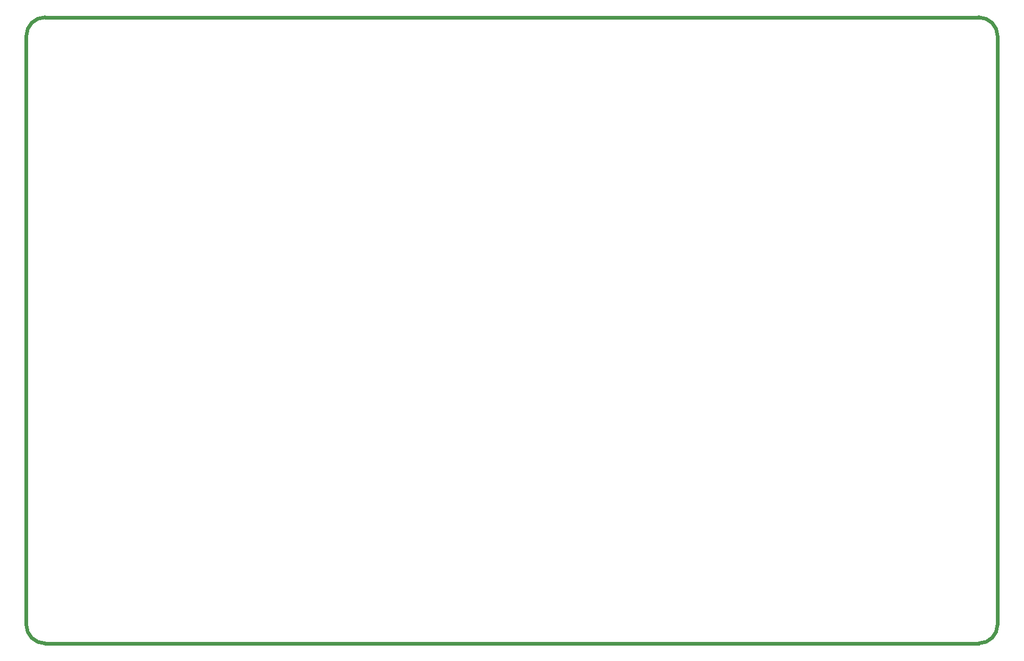
<source format=gbr>
%TF.GenerationSoftware,KiCad,Pcbnew,9.0.1*%
%TF.CreationDate,2025-12-28T11:24:27-06:00*%
%TF.ProjectId,opensync_prototype,6f70656e-7379-46e6-935f-70726f746f74,0.1*%
%TF.SameCoordinates,Original*%
%TF.FileFunction,Profile,NP*%
%FSLAX46Y46*%
G04 Gerber Fmt 4.6, Leading zero omitted, Abs format (unit mm)*
G04 Created by KiCad (PCBNEW 9.0.1) date 2025-12-28 11:24:27*
%MOMM*%
%LPD*%
G01*
G04 APERTURE LIST*
%TA.AperFunction,Profile*%
%ADD10C,0.600000*%
%TD*%
G04 APERTURE END LIST*
D10*
X65000000Y-45000000D02*
X214000000Y-45000000D01*
X62000000Y-48000000D02*
G75*
G02*
X65000000Y-45000000I3000000J0D01*
G01*
X65000000Y-145000000D02*
G75*
G02*
X62000000Y-142000000I0J3000000D01*
G01*
X62000000Y-142000000D02*
X62000000Y-48000000D01*
X217000000Y-142000000D02*
G75*
G02*
X214000000Y-145000000I-3000000J0D01*
G01*
X65000000Y-145000000D02*
X214000000Y-145000000D01*
X214000000Y-45000000D02*
G75*
G02*
X217000000Y-48000000I0J-3000000D01*
G01*
X217000000Y-142000000D02*
X217000000Y-48000000D01*
M02*

</source>
